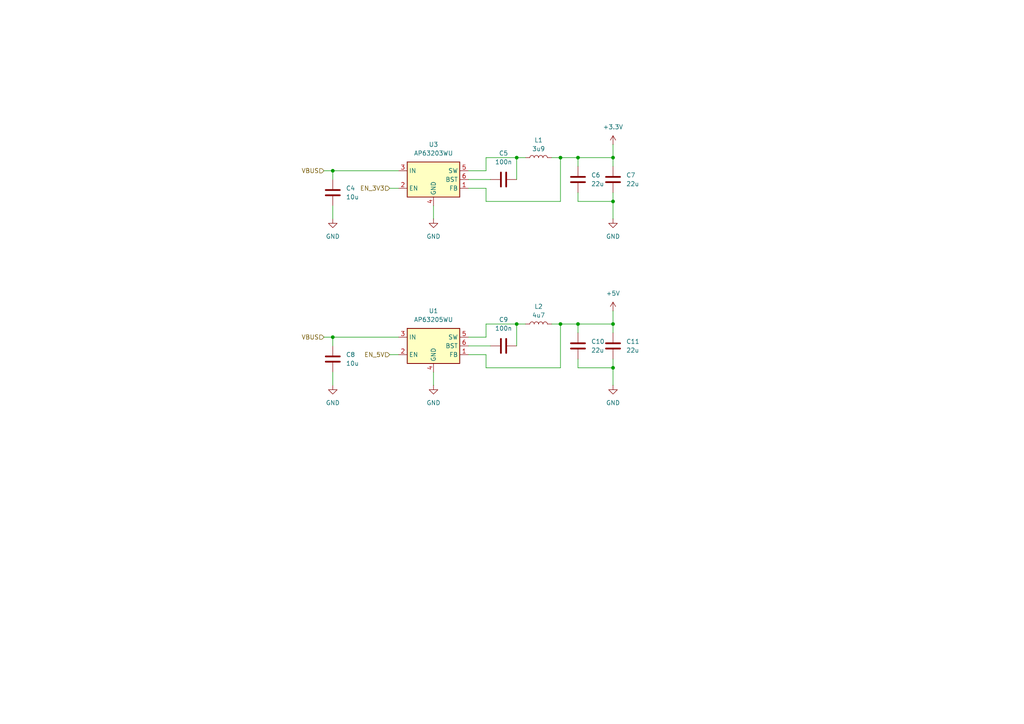
<source format=kicad_sch>
(kicad_sch (version 20250114) (generator "eeschema") (generator_version "9.0")
  (paper "A4")
  (lib_symbols
    (symbol "Device:C" (pin_numbers (hide yes)) (pin_names (offset 0.254))
      (property "Reference" "C" (at 0.635 2.54 0))
      (property "Value" "C" (at 0.635 -2.54 0))
      (symbol "C_0_1"
        (polyline (pts (xy -2.032 0.762) (xy 2.032 0.762)) (stroke (width 0.508)))
        (polyline (pts (xy -2.032 -0.762) (xy 2.032 -0.762)) (stroke (width 0.508)))
      )
      (symbol "C_1_1"
        (pin passive line (at 0 3.81 270) (length 2.794) (name "~") (number "1"))
        (pin passive line (at 0 -3.81 90) (length 2.794) (name "~") (number "2"))
      )
    )
    (symbol "Device:L" (pin_numbers (hide yes)) (pin_names (offset 1.016) (hide yes))
      (property "Reference" "L" (at -1.27 0 90))
      (property "Value" "L" (at 1.905 0 90))
      (symbol "L_0_1"
        (arc (start 0 2.54) (mid 0.6323 1.905) (end 0 1.27))
        (arc (start 0 1.27) (mid 0.6323 0.635) (end 0 0))
        (arc (start 0 0) (mid 0.6323 -0.635) (end 0 -1.27))
        (arc (start 0 -1.27) (mid 0.6323 -1.905) (end 0 -2.54))
      )
      (symbol "L_1_1"
        (pin passive line (at 0 3.81 270) (length 1.27) (name "1") (number "1"))
        (pin passive line (at 0 -3.81 90) (length 1.27) (name "2") (number "2"))
      )
    )
    (symbol "Regulator_Switching:AP63203WU"
      (property "Reference" "U" (at -7.62 6.35 0))
      (property "Value" "AP63203WU" (at 2.54 6.35 0))
      (symbol "AP63203WU_0_1"
        (rectangle (start -7.62 5.08) (end 7.62 -5.08) (stroke (width 0.254)) (fill (type background)))
      )
      (symbol "AP63203WU_1_1"
        (pin power_in line (at -10.16 2.54 0) (length 2.54) (name "IN") (number "3"))
        (pin input line (at -10.16 -2.54 0) (length 2.54) (name "EN") (number "2"))
        (pin power_in line (at 0 -7.62 90) (length 2.54) (name "GND") (number "4"))
        (pin output line (at 10.16 2.54 180) (length 2.54) (name "SW") (number "5"))
        (pin passive line (at 10.16 0 180) (length 2.54) (name "BST") (number "6"))
        (pin input line (at 10.16 -2.54 180) (length 2.54) (name "FB") (number "1"))
      )
    )
    (symbol "Regulator_Switching:AP63205WU"
      (property "Reference" "U" (at -7.62 6.35 0))
      (property "Value" "AP63205WU" (at 2.54 6.35 0))
      (symbol "AP63205WU_0_1"
        (rectangle (start -7.62 5.08) (end 7.62 -5.08) (stroke (width 0.254)) (fill (type background)))
      )
      (symbol "AP63205WU_1_1"
        (pin power_in line (at -10.16 2.54 0) (length 2.54) (name "IN") (number "3"))
        (pin input line (at -10.16 -2.54 0) (length 2.54) (name "EN") (number "2"))
        (pin power_in line (at 0 -7.62 90) (length 2.54) (name "GND") (number "4"))
        (pin output line (at 10.16 2.54 180) (length 2.54) (name "SW") (number "5"))
        (pin passive line (at 10.16 0 180) (length 2.54) (name "BST") (number "6"))
        (pin input line (at 10.16 -2.54 180) (length 2.54) (name "FB") (number "1"))
      )
    )
    (symbol "power:+3.3V" (power) (pin_numbers (hide yes)) (pin_names (offset 0) (hide yes))
      (property "Value" "+3.3V" (at 0 3.556 0))
      (symbol "+3.3V_0_1"
        (polyline (pts (xy -0.762 1.27) (xy 0 2.54)))
        (polyline (pts (xy 0 2.54) (xy 0.762 1.27)))
        (polyline (pts (xy 0 0) (xy 0 2.54)))
      )
      (symbol "+3.3V_1_1"
        (pin power_in line (at 0 0 90) (length 0) (name "~") (number "1"))
      )
    )
    (symbol "power:+5V" (power) (pin_numbers (hide yes)) (pin_names (offset 0) (hide yes))
      (property "Value" "+5V" (at 0 3.556 0))
      (symbol "+5V_0_1"
        (polyline (pts (xy -0.762 1.27) (xy 0 2.54)))
        (polyline (pts (xy 0 2.54) (xy 0.762 1.27)))
        (polyline (pts (xy 0 0) (xy 0 2.54)))
      )
      (symbol "+5V_1_1"
        (pin power_in line (at 0 0 90) (length 0) (name "~") (number "1"))
      )
    )
    (symbol "power:GND" (power) (pin_numbers (hide yes)) (pin_names (offset 0) (hide yes))
      (property "Value" "GND" (at 0 -3.81 0))
      (symbol "GND_0_1"
        (polyline (pts (xy 0 0) (xy 0 -1.27) (xy 1.27 -1.27) (xy 0 -2.54) (xy -1.27 -1.27) (xy 0 -1.27)))
      )
      (symbol "GND_1_1"
        (pin power_in line (at 0 0 270) (length 0) (name "~") (number "1"))
      )
    )
  )
  (junction (at 162.56 45.72))
  (junction (at 167.64 93.98))
  (junction (at 177.8 93.98))
  (junction (at 149.86 45.72))
  (junction (at 177.8 45.72))
  (junction (at 177.8 106.68))
  (junction (at 167.64 45.72))
  (junction (at 162.56 93.98))
  (junction (at 177.8 58.42))
  (junction (at 96.52 49.53))
  (junction (at 149.86 93.98))
  (junction (at 96.52 97.79))
  (wire (pts (xy 140.97 106.68) (xy 162.56 106.68)))
  (wire (pts (xy 177.8 41.91) (xy 177.8 45.72)))
  (wire (pts (xy 125.73 59.69) (xy 125.73 63.5)))
  (wire (pts (xy 135.89 100.33) (xy 142.24 100.33)))
  (wire (pts (xy 125.73 107.95) (xy 125.73 111.76)))
  (wire (pts (xy 140.97 58.42) (xy 162.56 58.42)))
  (wire (pts (xy 140.97 97.79) (xy 135.89 97.79)))
  (wire (pts (xy 96.52 107.95) (xy 96.52 111.76)))
  (wire (pts (xy 96.52 49.53) (xy 96.52 52.07)))
  (wire (pts (xy 149.86 45.72) (xy 149.86 52.07)))
  (wire (pts (xy 149.86 93.98) (xy 152.4 93.98)))
  (wire (pts (xy 113.03 54.61) (xy 115.57 54.61)))
  (wire (pts (xy 140.97 58.42) (xy 140.97 54.61)))
  (wire (pts (xy 177.8 58.42) (xy 177.8 63.5)))
  (wire (pts (xy 96.52 97.79) (xy 115.57 97.79)))
  (wire (pts (xy 167.64 45.72) (xy 177.8 45.72)))
  (wire (pts (xy 162.56 106.68) (xy 162.56 93.98)))
  (wire (pts (xy 177.8 48.26) (xy 177.8 45.72)))
  (wire (pts (xy 93.98 49.53) (xy 96.52 49.53)))
  (wire (pts (xy 167.64 104.14) (xy 167.64 106.68)))
  (wire (pts (xy 167.64 93.98) (xy 177.8 93.98)))
  (wire (pts (xy 167.64 96.52) (xy 167.64 93.98)))
  (wire (pts (xy 93.98 97.79) (xy 96.52 97.79)))
  (wire (pts (xy 177.8 104.14) (xy 177.8 106.68)))
  (wire (pts (xy 177.8 90.17) (xy 177.8 93.98)))
  (wire (pts (xy 96.52 59.69) (xy 96.52 63.5)))
  (wire (pts (xy 162.56 58.42) (xy 162.56 45.72)))
  (wire (pts (xy 140.97 45.72) (xy 149.86 45.72)))
  (wire (pts (xy 177.8 96.52) (xy 177.8 93.98)))
  (wire (pts (xy 162.56 45.72) (xy 167.64 45.72)))
  (wire (pts (xy 140.97 45.72) (xy 140.97 49.53)))
  (wire (pts (xy 149.86 45.72) (xy 152.4 45.72)))
  (wire (pts (xy 140.97 93.98) (xy 149.86 93.98)))
  (wire (pts (xy 140.97 102.87) (xy 135.89 102.87)))
  (wire (pts (xy 177.8 55.88) (xy 177.8 58.42)))
  (wire (pts (xy 177.8 106.68) (xy 167.64 106.68)))
  (wire (pts (xy 177.8 58.42) (xy 167.64 58.42)))
  (wire (pts (xy 149.86 93.98) (xy 149.86 100.33)))
  (wire (pts (xy 140.97 49.53) (xy 135.89 49.53)))
  (wire (pts (xy 96.52 97.79) (xy 96.52 100.33)))
  (wire (pts (xy 140.97 54.61) (xy 135.89 54.61)))
  (wire (pts (xy 167.64 48.26) (xy 167.64 45.72)))
  (wire (pts (xy 177.8 106.68) (xy 177.8 111.76)))
  (wire (pts (xy 160.02 45.72) (xy 162.56 45.72)))
  (wire (pts (xy 162.56 93.98) (xy 167.64 93.98)))
  (wire (pts (xy 167.64 55.88) (xy 167.64 58.42)))
  (wire (pts (xy 96.52 49.53) (xy 115.57 49.53)))
  (wire (pts (xy 135.89 52.07) (xy 142.24 52.07)))
  (wire (pts (xy 160.02 93.98) (xy 162.56 93.98)))
  (wire (pts (xy 113.03 102.87) (xy 115.57 102.87)))
  (wire (pts (xy 140.97 106.68) (xy 140.97 102.87)))
  (wire (pts (xy 140.97 93.98) (xy 140.97 97.79)))
  (hierarchical_label "EN_3V3" (shape input) (at 113.03 54.61 180))
  (hierarchical_label "VBUS" (shape input) (at 93.98 49.53 180))
  (hierarchical_label "EN_5V" (shape input) (at 113.03 102.87 180))
  (hierarchical_label "VBUS" (shape input) (at 93.98 97.79 180))
  (symbol (lib_id "Device:C") (at 167.64 52.07 0) (unit 1)
    (property "Reference" "C6" (at 171.45 50.7999 0) (effects (justify left)))
    (property "Value" "22u" (at 171.45 53.3399 0) (effects (justify left)))
    (property "Description" "Unpolarized capacitor" (effects (hide yes)))
  )
  (symbol (lib_id "Device:L") (at 156.21 45.72 90) (unit 1)
    (property "Reference" "L1" (at 156.21 40.64 90))
    (property "Value" "3u9" (at 156.21 43.18 90))
    (property "Description" "Inductor" (effects (hide yes)))
  )
  (symbol (lib_id "Device:L") (at 156.21 93.98 90) (unit 1)
    (property "Reference" "L2" (at 156.21 88.9 90))
    (property "Value" "4u7" (at 156.21 91.44 90))
    (property "Description" "Inductor" (effects (hide yes)))
  )
  (symbol (lib_id "power:GND") (at 177.8 111.76 0) (unit 1)
    (property "Reference" "#PWR019" (effects (hide yes)))
    (property "Value" "GND" (at 177.8 116.84 0))
    (property "Description" "Power symbol creates a global label with name \"GND\" , ground" (effects (hide yes)))
  )
  (symbol (lib_id "power:GND") (at 96.52 111.76 0) (unit 1)
    (property "Reference" "#PWR016" (effects (hide yes)))
    (property "Value" "GND" (at 96.52 116.84 0))
    (property "Description" "Power symbol creates a global label with name \"GND\" , ground" (effects (hide yes)))
  )
  (symbol (lib_id "Device:C") (at 167.64 100.33 0) (unit 1)
    (property "Reference" "C10" (at 171.45 99.0599 0) (effects (justify left)))
    (property "Value" "22u" (at 171.45 101.5999 0) (effects (justify left)))
    (property "Description" "Unpolarized capacitor" (effects (hide yes)))
  )
  (symbol (lib_id "Device:C") (at 146.05 100.33 90) (unit 1)
    (property "Reference" "C9" (at 146.05 92.71 90))
    (property "Value" "100n" (at 146.05 95.25 90))
    (property "Description" "Unpolarized capacitor" (effects (hide yes)))
  )
  (symbol (lib_id "power:GND") (at 125.73 111.76 0) (unit 1)
    (property "Reference" "#PWR017" (effects (hide yes)))
    (property "Value" "GND" (at 125.73 116.84 0))
    (property "Description" "Power symbol creates a global label with name \"GND\" , ground" (effects (hide yes)))
  )
  (symbol (lib_id "power:GND") (at 96.52 63.5 0) (unit 1)
    (property "Reference" "#PWR03" (effects (hide yes)))
    (property "Value" "GND" (at 96.52 68.58 0))
    (property "Description" "Power symbol creates a global label with name \"GND\" , ground" (effects (hide yes)))
  )
  (symbol (lib_id "Device:C") (at 96.52 55.88 0) (unit 1)
    (property "Reference" "C4" (at 100.33 54.6099 0) (effects (justify left)))
    (property "Value" "10u" (at 100.33 57.1499 0) (effects (justify left)))
    (property "Description" "Unpolarized capacitor" (effects (hide yes)))
  )
  (symbol (lib_id "power:GND") (at 125.73 63.5 0) (unit 1)
    (property "Reference" "#PWR014" (effects (hide yes)))
    (property "Value" "GND" (at 125.73 68.58 0))
    (property "Description" "Power symbol creates a global label with name \"GND\" , ground" (effects (hide yes)))
  )
  (symbol (lib_id "Device:C") (at 96.52 104.14 0) (unit 1)
    (property "Reference" "C8" (at 100.33 102.8699 0) (effects (justify left)))
    (property "Value" "10u" (at 100.33 105.4099 0) (effects (justify left)))
    (property "Description" "Unpolarized capacitor" (effects (hide yes)))
  )
  (symbol (lib_id "power:GND") (at 177.8 63.5 0) (unit 1)
    (property "Reference" "#PWR015" (effects (hide yes)))
    (property "Value" "GND" (at 177.8 68.58 0))
    (property "Description" "Power symbol creates a global label with name \"GND\" , ground" (effects (hide yes)))
  )
  (symbol (lib_id "Device:C") (at 177.8 100.33 0) (unit 1)
    (property "Reference" "C11" (at 181.61 99.0599 0) (effects (justify left)))
    (property "Value" "22u" (at 181.61 101.5999 0) (effects (justify left)))
    (property "Description" "Unpolarized capacitor" (effects (hide yes)))
  )
  (symbol (lib_id "power:+5V") (at 177.8 90.17 0) (unit 1)
    (property "Reference" "#PWR018" (effects (hide yes)))
    (property "Value" "+5V" (at 177.8 85.09 0))
    (property "Description" "Power symbol creates a global label with name \"+5V\"" (effects (hide yes)))
  )
  (symbol (lib_id "Regulator_Switching:AP63205WU") (at 125.73 100.33 0) (unit 1)
    (property "Reference" "U1" (at 125.73 90.17 0))
    (property "Value" "AP63205WU" (at 125.73 92.71 0))
    (property "Footprint" "Package_TO_SOT_SMD:TSOT-23-6" (effects (hide yes)))
    (property "Datasheet" "https://www.diodes.com/assets/Datasheets/AP63200-AP63201-AP63203-AP63205.pdf" (effects (hide yes)))
    (property "Description" "2A, 1.1MHz Buck DC/DC Converter, fixed 5.0V output voltage, TSOT-23-6" (effects (hide yes)))
  )
  (symbol (lib_id "power:+3.3V") (at 177.8 41.91 0) (unit 1)
    (property "Reference" "#PWR013" (effects (hide yes)))
    (property "Value" "+3.3V" (at 177.8 36.83 0))
    (property "Description" "Power symbol creates a global label with name \"+3.3V\"" (effects (hide yes)))
  )
  (symbol (lib_id "Regulator_Switching:AP63203WU") (at 125.73 52.07 0) (unit 1)
    (property "Reference" "U3" (at 125.73 41.91 0))
    (property "Value" "AP63203WU" (at 125.73 44.45 0))
    (property "Footprint" "Package_TO_SOT_SMD:TSOT-23-6" (effects (hide yes)))
    (property "Datasheet" "https://www.diodes.com/assets/Datasheets/AP63200-AP63201-AP63203-AP63205.pdf" (effects (hide yes)))
    (property "Description" "2A, 1.1MHz Buck DC/DC Converter, fixed 3.3V output voltage, TSOT-23-6" (effects (hide yes)))
  )
  (symbol (lib_id "Device:C") (at 177.8 52.07 0) (unit 1)
    (property "Reference" "C7" (at 181.61 50.7999 0) (effects (justify left)))
    (property "Value" "22u" (at 181.61 53.3399 0) (effects (justify left)))
    (property "Description" "Unpolarized capacitor" (effects (hide yes)))
  )
  (symbol (lib_id "Device:C") (at 146.05 52.07 90) (unit 1)
    (property "Reference" "C5" (at 146.05 44.45 90))
    (property "Value" "100n" (at 146.05 46.99 90))
    (property "Description" "Unpolarized capacitor" (effects (hide yes)))
  )
)
</source>
